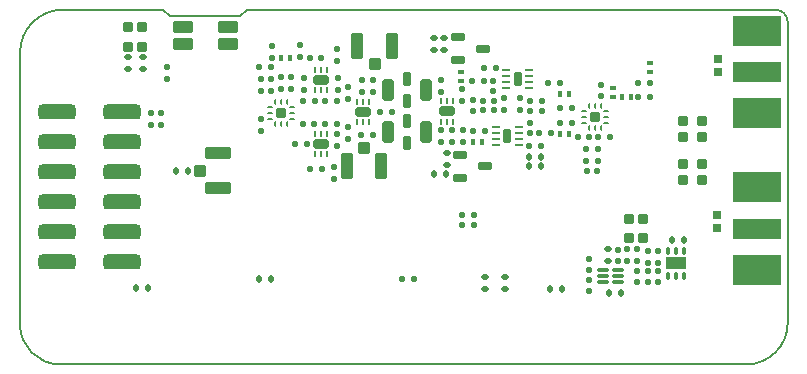
<source format=gtp>
G04*
G04 #@! TF.GenerationSoftware,Altium Limited,CircuitStudio,1.5.2 (30)*
G04*
G04 Layer_Color=7318015*
%FSLAX25Y25*%
%MOIN*%
G70*
G01*
G75*
G04:AMPARAMS|DCode=13|XSize=23.62mil|YSize=17.72mil|CornerRadius=4.43mil|HoleSize=0mil|Usage=FLASHONLY|Rotation=270.000|XOffset=0mil|YOffset=0mil|HoleType=Round|Shape=RoundedRectangle|*
%AMROUNDEDRECTD13*
21,1,0.02362,0.00886,0,0,270.0*
21,1,0.01476,0.01772,0,0,270.0*
1,1,0.00886,-0.00443,-0.00738*
1,1,0.00886,-0.00443,0.00738*
1,1,0.00886,0.00443,0.00738*
1,1,0.00886,0.00443,-0.00738*
%
%ADD13ROUNDEDRECTD13*%
G04:AMPARAMS|DCode=14|XSize=66.93mil|YSize=43.31mil|CornerRadius=4.33mil|HoleSize=0mil|Usage=FLASHONLY|Rotation=180.000|XOffset=0mil|YOffset=0mil|HoleType=Round|Shape=RoundedRectangle|*
%AMROUNDEDRECTD14*
21,1,0.06693,0.03465,0,0,180.0*
21,1,0.05827,0.04331,0,0,180.0*
1,1,0.00866,-0.02913,0.01732*
1,1,0.00866,0.02913,0.01732*
1,1,0.00866,0.02913,-0.01732*
1,1,0.00866,-0.02913,-0.01732*
%
%ADD14ROUNDEDRECTD14*%
G04:AMPARAMS|DCode=15|XSize=25.59mil|YSize=13.78mil|CornerRadius=3.45mil|HoleSize=0mil|Usage=FLASHONLY|Rotation=90.000|XOffset=0mil|YOffset=0mil|HoleType=Round|Shape=RoundedRectangle|*
%AMROUNDEDRECTD15*
21,1,0.02559,0.00689,0,0,90.0*
21,1,0.01870,0.01378,0,0,90.0*
1,1,0.00689,0.00345,0.00935*
1,1,0.00689,0.00345,-0.00935*
1,1,0.00689,-0.00345,-0.00935*
1,1,0.00689,-0.00345,0.00935*
%
%ADD15ROUNDEDRECTD15*%
G04:AMPARAMS|DCode=19|XSize=23.62mil|YSize=17.72mil|CornerRadius=4.43mil|HoleSize=0mil|Usage=FLASHONLY|Rotation=180.000|XOffset=0mil|YOffset=0mil|HoleType=Round|Shape=RoundedRectangle|*
%AMROUNDEDRECTD19*
21,1,0.02362,0.00886,0,0,180.0*
21,1,0.01476,0.01772,0,0,180.0*
1,1,0.00886,-0.00738,0.00443*
1,1,0.00886,0.00738,0.00443*
1,1,0.00886,0.00738,-0.00443*
1,1,0.00886,-0.00738,-0.00443*
%
%ADD19ROUNDEDRECTD19*%
G04:AMPARAMS|DCode=20|XSize=21.65mil|YSize=17.72mil|CornerRadius=4.43mil|HoleSize=0mil|Usage=FLASHONLY|Rotation=270.000|XOffset=0mil|YOffset=0mil|HoleType=Round|Shape=RoundedRectangle|*
%AMROUNDEDRECTD20*
21,1,0.02165,0.00886,0,0,270.0*
21,1,0.01280,0.01772,0,0,270.0*
1,1,0.00886,-0.00443,-0.00640*
1,1,0.00886,-0.00443,0.00640*
1,1,0.00886,0.00443,0.00640*
1,1,0.00886,0.00443,-0.00640*
%
%ADD20ROUNDEDRECTD20*%
G04:AMPARAMS|DCode=21|XSize=37.01mil|YSize=10.63mil|CornerRadius=1.33mil|HoleSize=0mil|Usage=FLASHONLY|Rotation=180.000|XOffset=0mil|YOffset=0mil|HoleType=Round|Shape=RoundedRectangle|*
%AMROUNDEDRECTD21*
21,1,0.03701,0.00797,0,0,180.0*
21,1,0.03435,0.01063,0,0,180.0*
1,1,0.00266,-0.01718,0.00399*
1,1,0.00266,0.01718,0.00399*
1,1,0.00266,0.01718,-0.00399*
1,1,0.00266,-0.01718,-0.00399*
%
%ADD21ROUNDEDRECTD21*%
G04:AMPARAMS|DCode=22|XSize=31.5mil|YSize=31.5mil|CornerRadius=3.15mil|HoleSize=0mil|Usage=FLASHONLY|Rotation=90.000|XOffset=0mil|YOffset=0mil|HoleType=Round|Shape=RoundedRectangle|*
%AMROUNDEDRECTD22*
21,1,0.03150,0.02520,0,0,90.0*
21,1,0.02520,0.03150,0,0,90.0*
1,1,0.00630,0.01260,0.01260*
1,1,0.00630,0.01260,-0.01260*
1,1,0.00630,-0.01260,-0.01260*
1,1,0.00630,-0.01260,0.01260*
%
%ADD22ROUNDEDRECTD22*%
G04:AMPARAMS|DCode=23|XSize=18.11mil|YSize=7.87mil|CornerRadius=3.15mil|HoleSize=0mil|Usage=FLASHONLY|Rotation=90.000|XOffset=0mil|YOffset=0mil|HoleType=Round|Shape=RoundedRectangle|*
%AMROUNDEDRECTD23*
21,1,0.01811,0.00158,0,0,90.0*
21,1,0.01181,0.00787,0,0,90.0*
1,1,0.00630,0.00079,0.00591*
1,1,0.00630,0.00079,-0.00591*
1,1,0.00630,-0.00079,-0.00591*
1,1,0.00630,-0.00079,0.00591*
%
%ADD23ROUNDEDRECTD23*%
G04:AMPARAMS|DCode=24|XSize=18.11mil|YSize=7.87mil|CornerRadius=3.15mil|HoleSize=0mil|Usage=FLASHONLY|Rotation=0.000|XOffset=0mil|YOffset=0mil|HoleType=Round|Shape=RoundedRectangle|*
%AMROUNDEDRECTD24*
21,1,0.01811,0.00158,0,0,0.0*
21,1,0.01181,0.00787,0,0,0.0*
1,1,0.00630,0.00591,-0.00079*
1,1,0.00630,-0.00591,-0.00079*
1,1,0.00630,-0.00591,0.00079*
1,1,0.00630,0.00591,0.00079*
%
%ADD24ROUNDEDRECTD24*%
G04:AMPARAMS|DCode=25|XSize=41.34mil|YSize=86.61mil|CornerRadius=4.13mil|HoleSize=0mil|Usage=FLASHONLY|Rotation=0.000|XOffset=0mil|YOffset=0mil|HoleType=Round|Shape=RoundedRectangle|*
%AMROUNDEDRECTD25*
21,1,0.04134,0.07835,0,0,0.0*
21,1,0.03307,0.08661,0,0,0.0*
1,1,0.00827,0.01654,-0.03917*
1,1,0.00827,-0.01654,-0.03917*
1,1,0.00827,-0.01654,0.03917*
1,1,0.00827,0.01654,0.03917*
%
%ADD25ROUNDEDRECTD25*%
G04:AMPARAMS|DCode=26|XSize=39.37mil|YSize=41.34mil|CornerRadius=3.94mil|HoleSize=0mil|Usage=FLASHONLY|Rotation=0.000|XOffset=0mil|YOffset=0mil|HoleType=Round|Shape=RoundedRectangle|*
%AMROUNDEDRECTD26*
21,1,0.03937,0.03347,0,0,0.0*
21,1,0.03150,0.04134,0,0,0.0*
1,1,0.00787,0.01575,-0.01673*
1,1,0.00787,-0.01575,-0.01673*
1,1,0.00787,-0.01575,0.01673*
1,1,0.00787,0.01575,0.01673*
%
%ADD26ROUNDEDRECTD26*%
G04:AMPARAMS|DCode=27|XSize=41.34mil|YSize=86.61mil|CornerRadius=4.13mil|HoleSize=0mil|Usage=FLASHONLY|Rotation=270.000|XOffset=0mil|YOffset=0mil|HoleType=Round|Shape=RoundedRectangle|*
%AMROUNDEDRECTD27*
21,1,0.04134,0.07835,0,0,270.0*
21,1,0.03307,0.08661,0,0,270.0*
1,1,0.00827,-0.03917,-0.01654*
1,1,0.00827,-0.03917,0.01654*
1,1,0.00827,0.03917,0.01654*
1,1,0.00827,0.03917,-0.01654*
%
%ADD27ROUNDEDRECTD27*%
G04:AMPARAMS|DCode=28|XSize=39.37mil|YSize=41.34mil|CornerRadius=3.94mil|HoleSize=0mil|Usage=FLASHONLY|Rotation=270.000|XOffset=0mil|YOffset=0mil|HoleType=Round|Shape=RoundedRectangle|*
%AMROUNDEDRECTD28*
21,1,0.03937,0.03347,0,0,270.0*
21,1,0.03150,0.04134,0,0,270.0*
1,1,0.00787,-0.01673,-0.01575*
1,1,0.00787,-0.01673,0.01575*
1,1,0.00787,0.01673,0.01575*
1,1,0.00787,0.01673,-0.01575*
%
%ADD28ROUNDEDRECTD28*%
G04:AMPARAMS|DCode=29|XSize=51.18mil|YSize=31.5mil|CornerRadius=4.72mil|HoleSize=0mil|Usage=FLASHONLY|Rotation=180.000|XOffset=0mil|YOffset=0mil|HoleType=Round|Shape=RoundedRectangle|*
%AMROUNDEDRECTD29*
21,1,0.05118,0.02205,0,0,180.0*
21,1,0.04173,0.03150,0,0,180.0*
1,1,0.00945,-0.02087,0.01102*
1,1,0.00945,0.02087,0.01102*
1,1,0.00945,0.02087,-0.01102*
1,1,0.00945,-0.02087,-0.01102*
%
%ADD29ROUNDEDRECTD29*%
G04:AMPARAMS|DCode=30|XSize=21.65mil|YSize=9.84mil|CornerRadius=1.48mil|HoleSize=0mil|Usage=FLASHONLY|Rotation=90.000|XOffset=0mil|YOffset=0mil|HoleType=Round|Shape=RoundedRectangle|*
%AMROUNDEDRECTD30*
21,1,0.02165,0.00689,0,0,90.0*
21,1,0.01870,0.00984,0,0,90.0*
1,1,0.00295,0.00345,0.00935*
1,1,0.00295,0.00345,-0.00935*
1,1,0.00295,-0.00345,-0.00935*
1,1,0.00295,-0.00345,0.00935*
%
%ADD30ROUNDEDRECTD30*%
G04:AMPARAMS|DCode=31|XSize=125.2mil|YSize=50mil|CornerRadius=12.5mil|HoleSize=0mil|Usage=FLASHONLY|Rotation=180.000|XOffset=0mil|YOffset=0mil|HoleType=Round|Shape=RoundedRectangle|*
%AMROUNDEDRECTD31*
21,1,0.12520,0.02500,0,0,180.0*
21,1,0.10020,0.05000,0,0,180.0*
1,1,0.02500,-0.05010,0.01250*
1,1,0.02500,0.05010,0.01250*
1,1,0.02500,0.05010,-0.01250*
1,1,0.02500,-0.05010,-0.01250*
%
%ADD31ROUNDEDRECTD31*%
G04:AMPARAMS|DCode=32|XSize=21.65mil|YSize=17.72mil|CornerRadius=4.43mil|HoleSize=0mil|Usage=FLASHONLY|Rotation=0.000|XOffset=0mil|YOffset=0mil|HoleType=Round|Shape=RoundedRectangle|*
%AMROUNDEDRECTD32*
21,1,0.02165,0.00886,0,0,0.0*
21,1,0.01280,0.01772,0,0,0.0*
1,1,0.00886,0.00640,-0.00443*
1,1,0.00886,-0.00640,-0.00443*
1,1,0.00886,-0.00640,0.00443*
1,1,0.00886,0.00640,0.00443*
%
%ADD32ROUNDEDRECTD32*%
G04:AMPARAMS|DCode=33|XSize=48.43mil|YSize=23.62mil|CornerRadius=2.95mil|HoleSize=0mil|Usage=FLASHONLY|Rotation=0.000|XOffset=0mil|YOffset=0mil|HoleType=Round|Shape=RoundedRectangle|*
%AMROUNDEDRECTD33*
21,1,0.04843,0.01772,0,0,0.0*
21,1,0.04252,0.02362,0,0,0.0*
1,1,0.00591,0.02126,-0.00886*
1,1,0.00591,-0.02126,-0.00886*
1,1,0.00591,-0.02126,0.00886*
1,1,0.00591,0.02126,0.00886*
%
%ADD33ROUNDEDRECTD33*%
%ADD34R,0.16496X0.07008*%
%ADD35R,0.16496X0.10492*%
G04:AMPARAMS|DCode=36|XSize=9.84mil|YSize=29.53mil|CornerRadius=1.48mil|HoleSize=0mil|Usage=FLASHONLY|Rotation=270.000|XOffset=0mil|YOffset=0mil|HoleType=Round|Shape=RoundedRectangle|*
%AMROUNDEDRECTD36*
21,1,0.00984,0.02658,0,0,270.0*
21,1,0.00689,0.02953,0,0,270.0*
1,1,0.00295,-0.01329,-0.00345*
1,1,0.00295,-0.01329,0.00345*
1,1,0.00295,0.01329,0.00345*
1,1,0.00295,0.01329,-0.00345*
%
%ADD36ROUNDEDRECTD36*%
G04:AMPARAMS|DCode=37|XSize=47.24mil|YSize=23.62mil|CornerRadius=3.54mil|HoleSize=0mil|Usage=FLASHONLY|Rotation=270.000|XOffset=0mil|YOffset=0mil|HoleType=Round|Shape=RoundedRectangle|*
%AMROUNDEDRECTD37*
21,1,0.04724,0.01654,0,0,270.0*
21,1,0.04016,0.02362,0,0,270.0*
1,1,0.00709,-0.00827,-0.02008*
1,1,0.00709,-0.00827,0.02008*
1,1,0.00709,0.00827,0.02008*
1,1,0.00709,0.00827,-0.02008*
%
%ADD37ROUNDEDRECTD37*%
G04:AMPARAMS|DCode=38|XSize=14.17mil|YSize=23mil|CornerRadius=0.71mil|HoleSize=0mil|Usage=FLASHONLY|Rotation=180.000|XOffset=0mil|YOffset=0mil|HoleType=Round|Shape=RoundedRectangle|*
%AMROUNDEDRECTD38*
21,1,0.01417,0.02158,0,0,180.0*
21,1,0.01276,0.02300,0,0,180.0*
1,1,0.00142,-0.00638,0.01079*
1,1,0.00142,0.00638,0.01079*
1,1,0.00142,0.00638,-0.01079*
1,1,0.00142,-0.00638,-0.01079*
%
%ADD38ROUNDEDRECTD38*%
G04:AMPARAMS|DCode=39|XSize=14.17mil|YSize=23mil|CornerRadius=0.71mil|HoleSize=0mil|Usage=FLASHONLY|Rotation=90.000|XOffset=0mil|YOffset=0mil|HoleType=Round|Shape=RoundedRectangle|*
%AMROUNDEDRECTD39*
21,1,0.01417,0.02158,0,0,90.0*
21,1,0.01276,0.02300,0,0,90.0*
1,1,0.00142,0.01079,0.00638*
1,1,0.00142,0.01079,-0.00638*
1,1,0.00142,-0.01079,-0.00638*
1,1,0.00142,-0.01079,0.00638*
%
%ADD39ROUNDEDRECTD39*%
G04:AMPARAMS|DCode=40|XSize=27.56mil|YSize=27.56mil|CornerRadius=2.76mil|HoleSize=0mil|Usage=FLASHONLY|Rotation=90.000|XOffset=0mil|YOffset=0mil|HoleType=Round|Shape=RoundedRectangle|*
%AMROUNDEDRECTD40*
21,1,0.02756,0.02205,0,0,90.0*
21,1,0.02205,0.02756,0,0,90.0*
1,1,0.00551,0.01102,0.01102*
1,1,0.00551,0.01102,-0.01102*
1,1,0.00551,-0.01102,-0.01102*
1,1,0.00551,-0.01102,0.01102*
%
%ADD40ROUNDEDRECTD40*%
G04:AMPARAMS|DCode=41|XSize=31.89mil|YSize=36.61mil|CornerRadius=4.78mil|HoleSize=0mil|Usage=FLASHONLY|Rotation=270.000|XOffset=0mil|YOffset=0mil|HoleType=Round|Shape=RoundedRectangle|*
%AMROUNDEDRECTD41*
21,1,0.03189,0.02705,0,0,270.0*
21,1,0.02232,0.03661,0,0,270.0*
1,1,0.00957,-0.01352,-0.01116*
1,1,0.00957,-0.01352,0.01116*
1,1,0.00957,0.01352,0.01116*
1,1,0.00957,0.01352,-0.01116*
%
%ADD41ROUNDEDRECTD41*%
G04:AMPARAMS|DCode=42|XSize=31.89mil|YSize=36.61mil|CornerRadius=4.78mil|HoleSize=0mil|Usage=FLASHONLY|Rotation=180.000|XOffset=0mil|YOffset=0mil|HoleType=Round|Shape=RoundedRectangle|*
%AMROUNDEDRECTD42*
21,1,0.03189,0.02705,0,0,180.0*
21,1,0.02232,0.03661,0,0,180.0*
1,1,0.00957,-0.01116,0.01352*
1,1,0.00957,0.01116,0.01352*
1,1,0.00957,0.01116,-0.01352*
1,1,0.00957,-0.01116,-0.01352*
%
%ADD42ROUNDEDRECTD42*%
G04:AMPARAMS|DCode=43|XSize=64.96mil|YSize=41.34mil|CornerRadius=4.13mil|HoleSize=0mil|Usage=FLASHONLY|Rotation=180.000|XOffset=0mil|YOffset=0mil|HoleType=Round|Shape=RoundedRectangle|*
%AMROUNDEDRECTD43*
21,1,0.06496,0.03307,0,0,180.0*
21,1,0.05669,0.04134,0,0,180.0*
1,1,0.00827,-0.02835,0.01654*
1,1,0.00827,0.02835,0.01654*
1,1,0.00827,0.02835,-0.01654*
1,1,0.00827,-0.02835,-0.01654*
%
%ADD43ROUNDEDRECTD43*%
G04:AMPARAMS|DCode=44|XSize=70.87mil|YSize=40.95mil|CornerRadius=6.14mil|HoleSize=0mil|Usage=FLASHONLY|Rotation=90.000|XOffset=0mil|YOffset=0mil|HoleType=Round|Shape=RoundedRectangle|*
%AMROUNDEDRECTD44*
21,1,0.07087,0.02866,0,0,90.0*
21,1,0.05858,0.04095,0,0,90.0*
1,1,0.01228,0.01433,0.02929*
1,1,0.01228,0.01433,-0.02929*
1,1,0.01228,-0.01433,-0.02929*
1,1,0.01228,-0.01433,0.02929*
%
%ADD44ROUNDEDRECTD44*%
G04:AMPARAMS|DCode=45|XSize=49.02mil|YSize=24.02mil|CornerRadius=3.6mil|HoleSize=0mil|Usage=FLASHONLY|Rotation=90.000|XOffset=0mil|YOffset=0mil|HoleType=Round|Shape=RoundedRectangle|*
%AMROUNDEDRECTD45*
21,1,0.04902,0.01681,0,0,90.0*
21,1,0.04181,0.02402,0,0,90.0*
1,1,0.00721,0.00841,0.02091*
1,1,0.00721,0.00841,-0.02091*
1,1,0.00721,-0.00841,-0.02091*
1,1,0.00721,-0.00841,0.02091*
%
%ADD45ROUNDEDRECTD45*%
%ADD49C,0.00500*%
G04:AMPARAMS|DCode=110|XSize=21.62mil|YSize=17.69mil|CornerRadius=3.92mil|HoleSize=0mil|Usage=FLASHONLY|Rotation=0.000|XOffset=0mil|YOffset=0mil|HoleType=Round|Shape=RoundedRectangle|*
%AMROUNDEDRECTD110*
21,1,0.02162,0.00984,0,0,0.0*
21,1,0.01378,0.01769,0,0,0.0*
1,1,0.00784,0.00689,-0.00492*
1,1,0.00784,-0.00689,-0.00492*
1,1,0.00784,-0.00689,0.00492*
1,1,0.00784,0.00689,0.00492*
%
%ADD110ROUNDEDRECTD110*%
G04:AMPARAMS|DCode=111|XSize=21.62mil|YSize=17.69mil|CornerRadius=3.92mil|HoleSize=0mil|Usage=FLASHONLY|Rotation=270.000|XOffset=0mil|YOffset=0mil|HoleType=Round|Shape=RoundedRectangle|*
%AMROUNDEDRECTD111*
21,1,0.02162,0.00984,0,0,270.0*
21,1,0.01378,0.01769,0,0,270.0*
1,1,0.00784,-0.00492,-0.00689*
1,1,0.00784,-0.00492,0.00689*
1,1,0.00784,0.00492,0.00689*
1,1,0.00784,0.00492,-0.00689*
%
%ADD111ROUNDEDRECTD111*%
D13*
X1235126Y723281D02*
D03*
X1231126D02*
D03*
X1251826Y740881D02*
D03*
X1255826D02*
D03*
X1118176Y727781D02*
D03*
X1114176D02*
D03*
X1077176Y724881D02*
D03*
X1073176D02*
D03*
X1090476Y763931D02*
D03*
X1086476D02*
D03*
X1208366Y768759D02*
D03*
X1204366D02*
D03*
X1204276Y765581D02*
D03*
X1208276D02*
D03*
X1211276Y724481D02*
D03*
X1215276D02*
D03*
X1172676Y762981D02*
D03*
X1176676D02*
D03*
D14*
X1253301Y733156D02*
D03*
D15*
X1250742Y737290D02*
D03*
X1253301D02*
D03*
X1255860D02*
D03*
Y729022D02*
D03*
X1253301D02*
D03*
X1250742D02*
D03*
D19*
X1230676Y733781D02*
D03*
Y737781D02*
D03*
X1189776Y724481D02*
D03*
Y728481D02*
D03*
X1196376Y724481D02*
D03*
Y728481D02*
D03*
X1172776Y808381D02*
D03*
Y804381D02*
D03*
X1075476Y798081D02*
D03*
Y802081D02*
D03*
X1070676Y798081D02*
D03*
Y802081D02*
D03*
X1176826Y769781D02*
D03*
Y765781D02*
D03*
X1175976Y808381D02*
D03*
Y804381D02*
D03*
D20*
X1240448Y733781D02*
D03*
X1237102D02*
D03*
X1240448Y737781D02*
D03*
X1237102D02*
D03*
X1223503Y763781D02*
D03*
X1226849D02*
D03*
D21*
X1228895Y726913D02*
D03*
Y728881D02*
D03*
Y730850D02*
D03*
X1233856D02*
D03*
Y728881D02*
D03*
Y726913D02*
D03*
D22*
X1226417Y782035D02*
D03*
X1121693Y783217D02*
D03*
D23*
X1224449Y785697D02*
D03*
X1226417D02*
D03*
X1228386D02*
D03*
Y778374D02*
D03*
X1226417D02*
D03*
X1224449D02*
D03*
X1123662Y779555D02*
D03*
X1121693D02*
D03*
X1119724D02*
D03*
Y786878D02*
D03*
X1121693D02*
D03*
X1123662D02*
D03*
D24*
X1230079Y784004D02*
D03*
Y782035D02*
D03*
Y780067D02*
D03*
X1222756D02*
D03*
Y782035D02*
D03*
Y784004D02*
D03*
X1118032Y781248D02*
D03*
Y783217D02*
D03*
Y785185D02*
D03*
X1125354D02*
D03*
Y783217D02*
D03*
Y781248D02*
D03*
D25*
X1158653Y805581D02*
D03*
X1147038D02*
D03*
X1143468Y765581D02*
D03*
X1155083D02*
D03*
D26*
X1152846Y799577D02*
D03*
X1149276Y771585D02*
D03*
D27*
X1100476Y758174D02*
D03*
Y769788D02*
D03*
D28*
X1094472Y763981D02*
D03*
D29*
X1135079Y794240D02*
D03*
Y772980D02*
D03*
X1148996Y783671D02*
D03*
X1176876Y783781D02*
D03*
D30*
X1133110Y797587D02*
D03*
X1135079D02*
D03*
X1137047D02*
D03*
Y790894D02*
D03*
X1135079D02*
D03*
X1133110D02*
D03*
X1137047Y769634D02*
D03*
X1135079D02*
D03*
X1133110D02*
D03*
Y776327D02*
D03*
X1135079D02*
D03*
X1137047D02*
D03*
X1147027Y787018D02*
D03*
X1148996D02*
D03*
X1150964D02*
D03*
Y780325D02*
D03*
X1148996D02*
D03*
X1147027D02*
D03*
X1174907Y787127D02*
D03*
X1176876D02*
D03*
X1178844D02*
D03*
Y780435D02*
D03*
X1176876D02*
D03*
X1174907D02*
D03*
D31*
X1068481Y733478D02*
D03*
Y743478D02*
D03*
Y753478D02*
D03*
Y763478D02*
D03*
Y773478D02*
D03*
Y783478D02*
D03*
X1046985Y733478D02*
D03*
Y743478D02*
D03*
Y753478D02*
D03*
Y763478D02*
D03*
Y773478D02*
D03*
Y783478D02*
D03*
D32*
X1204567Y779968D02*
D03*
Y776622D02*
D03*
X1192375Y790508D02*
D03*
Y793855D02*
D03*
D33*
X1181402Y761741D02*
D03*
X1189749Y765481D02*
D03*
X1181402Y769221D02*
D03*
X1180725Y800998D02*
D03*
X1189072Y804738D02*
D03*
X1180725Y808478D02*
D03*
D34*
X1280174Y744698D02*
D03*
Y796864D02*
D03*
D35*
Y758448D02*
D03*
Y730948D02*
D03*
Y810614D02*
D03*
Y783114D02*
D03*
D36*
X1204410Y791583D02*
D03*
Y793551D02*
D03*
Y795520D02*
D03*
Y797488D02*
D03*
X1196654Y791583D02*
D03*
Y793551D02*
D03*
Y795520D02*
D03*
Y797488D02*
D03*
X1193150Y778591D02*
D03*
Y776622D02*
D03*
Y774654D02*
D03*
Y772685D02*
D03*
X1200906Y778591D02*
D03*
Y776622D02*
D03*
Y774654D02*
D03*
Y772685D02*
D03*
D37*
X1200532Y794535D02*
D03*
X1197028Y775638D02*
D03*
D38*
X1238276Y788681D02*
D03*
X1235276D02*
D03*
X1214576Y776181D02*
D03*
X1217576D02*
D03*
X1185776Y773581D02*
D03*
X1188776D02*
D03*
X1214583Y789713D02*
D03*
X1217583D02*
D03*
X1124716Y801681D02*
D03*
X1121716D02*
D03*
D39*
X1181776Y793781D02*
D03*
Y796781D02*
D03*
X1244576D02*
D03*
Y799781D02*
D03*
X1232276Y788681D02*
D03*
Y791681D02*
D03*
D40*
X1267433Y796797D02*
D03*
Y801128D02*
D03*
X1266887Y744797D02*
D03*
Y749127D02*
D03*
D41*
X1075456Y805442D02*
D03*
Y811820D02*
D03*
X1070636Y805422D02*
D03*
Y811800D02*
D03*
X1237476Y741692D02*
D03*
Y748070D02*
D03*
X1242376Y741692D02*
D03*
Y748070D02*
D03*
D42*
X1255687Y780481D02*
D03*
X1262065D02*
D03*
X1255687Y775181D02*
D03*
X1262065D02*
D03*
X1255687Y760781D02*
D03*
X1262065D02*
D03*
X1255687Y766181D02*
D03*
X1262065D02*
D03*
D43*
X1088797Y812035D02*
D03*
Y806327D02*
D03*
X1103954Y812035D02*
D03*
Y806327D02*
D03*
D44*
X1157178Y776981D02*
D03*
X1169973D02*
D03*
X1157178Y790981D02*
D03*
X1169973D02*
D03*
D45*
X1163576Y780633D02*
D03*
Y773329D02*
D03*
Y794633D02*
D03*
Y787329D02*
D03*
D49*
X1276749Y699502D02*
G03*
X1290528Y713281I0J13780D01*
G01*
X1034623Y712769D02*
G03*
X1047891Y699502I13268J0D01*
G01*
X1048995Y817730D02*
G03*
X1034623Y803358I0J-14372D01*
G01*
X1290528Y813564D02*
G03*
X1286362Y817730I-4166J0D01*
G01*
X1047891Y699502D02*
X1276749Y699502D01*
X1034623Y712769D02*
X1034623Y796470D01*
X1290528Y718006D02*
Y767631D01*
X1084591Y815466D02*
X1107961D01*
X1034623Y796470D02*
Y803358D01*
X1290528Y713281D02*
Y718006D01*
X1110224Y817730D02*
X1286362D01*
X1290528Y767631D02*
Y813564D01*
X1082327Y817730D02*
X1084591Y815466D01*
X1048995Y817730D02*
X1082327D01*
X1107961Y815466D02*
X1110224Y817730D01*
D110*
X1152176Y790213D02*
D03*
Y794150D02*
D03*
X1174876Y790213D02*
D03*
Y794150D02*
D03*
Y777450D02*
D03*
Y773513D02*
D03*
X1081576Y779313D02*
D03*
Y783250D02*
D03*
X1118376Y790613D02*
D03*
Y794550D02*
D03*
X1247201Y733387D02*
D03*
Y737324D02*
D03*
X1243801Y730724D02*
D03*
Y726787D02*
D03*
Y737324D02*
D03*
Y733387D02*
D03*
X1247201Y730724D02*
D03*
Y726787D02*
D03*
X1078176Y779313D02*
D03*
Y783250D02*
D03*
X1115000Y777311D02*
D03*
Y781248D02*
D03*
X1121676Y795350D02*
D03*
Y791413D02*
D03*
X1124876Y795350D02*
D03*
Y791413D02*
D03*
X1114976Y790613D02*
D03*
Y794550D02*
D03*
X1140376Y772213D02*
D03*
Y776150D02*
D03*
X1224276Y730813D02*
D03*
Y734750D02*
D03*
X1240401Y726787D02*
D03*
Y730724D02*
D03*
X1233876Y733813D02*
D03*
Y737750D02*
D03*
X1224276Y727750D02*
D03*
Y723813D02*
D03*
X1083476Y798550D02*
D03*
Y794613D02*
D03*
X1140276Y800713D02*
D03*
Y804650D02*
D03*
X1129376Y795050D02*
D03*
Y791113D02*
D03*
X1139296Y765280D02*
D03*
Y761343D02*
D03*
X1143876Y774713D02*
D03*
Y778650D02*
D03*
Y791950D02*
D03*
Y788013D02*
D03*
X1182076Y791150D02*
D03*
Y787213D02*
D03*
X1182376Y777450D02*
D03*
Y773513D02*
D03*
X1228176Y788813D02*
D03*
Y792750D02*
D03*
X1201172Y784334D02*
D03*
Y788271D02*
D03*
X1195922Y784265D02*
D03*
Y788202D02*
D03*
X1140566Y794860D02*
D03*
Y790923D02*
D03*
X1127856Y801893D02*
D03*
Y805830D02*
D03*
X1118606Y801713D02*
D03*
Y805650D02*
D03*
X1185576Y787750D02*
D03*
Y783813D02*
D03*
X1148576Y790213D02*
D03*
Y794150D02*
D03*
X1178576Y777450D02*
D03*
Y773513D02*
D03*
D111*
X1154707Y783581D02*
D03*
X1158644D02*
D03*
X1227144Y771281D02*
D03*
X1223207D02*
D03*
X1161907Y727781D02*
D03*
X1165844D02*
D03*
X1132744Y779681D02*
D03*
X1128807D02*
D03*
X1136307Y787281D02*
D03*
X1140244D02*
D03*
X1136207Y779681D02*
D03*
X1140144D02*
D03*
X1244644Y788681D02*
D03*
X1240707D02*
D03*
X1231142Y775181D02*
D03*
X1227205D02*
D03*
X1220507D02*
D03*
X1224444D02*
D03*
X1227144Y767281D02*
D03*
X1223207D02*
D03*
X1130174Y772848D02*
D03*
X1126237D02*
D03*
X1132844Y787281D02*
D03*
X1128907D02*
D03*
X1211654Y776524D02*
D03*
X1207717D02*
D03*
X1192744Y787381D02*
D03*
X1188807D02*
D03*
X1204607Y787181D02*
D03*
X1208544D02*
D03*
X1189244Y793781D02*
D03*
X1185307D02*
D03*
X1204407Y772181D02*
D03*
X1208344D02*
D03*
X1185607Y777181D02*
D03*
X1189544D02*
D03*
X1208521Y783872D02*
D03*
X1204583D02*
D03*
X1218644Y780031D02*
D03*
X1214707D02*
D03*
X1210571Y793354D02*
D03*
X1214508D02*
D03*
X1214707Y784981D02*
D03*
X1218644D02*
D03*
X1244644Y793181D02*
D03*
X1240707D02*
D03*
X1193166Y798439D02*
D03*
X1189229D02*
D03*
X1192744Y784181D02*
D03*
X1188807D02*
D03*
X1131142Y801721D02*
D03*
X1135079D02*
D03*
X1114217Y798691D02*
D03*
X1118154D02*
D03*
X1131355Y764580D02*
D03*
X1135292D02*
D03*
X1148307Y775781D02*
D03*
X1152244D02*
D03*
X1185944Y749331D02*
D03*
X1182007D02*
D03*
Y745931D02*
D03*
X1185944D02*
D03*
M02*

</source>
